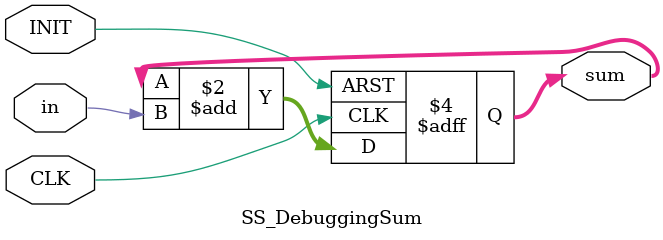
<source format=v>



module SS_DebuggingSum(in,sum,CLK,INIT);



parameter N = 16; // Sum size


input in;
input CLK,INIT;

output reg [N-1:0] sum = 1'd0;



always @(posedge CLK or posedge INIT) begin

	if (INIT) sum <= 1'd0;
	else sum <= sum + in;
	
end



endmodule
</source>
